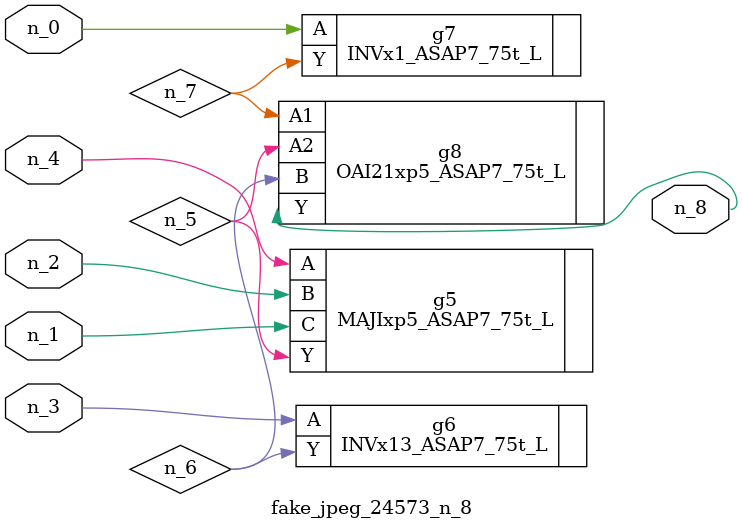
<source format=v>
module fake_jpeg_24573_n_8 (n_3, n_2, n_1, n_0, n_4, n_8);

input n_3;
input n_2;
input n_1;
input n_0;
input n_4;

output n_8;

wire n_6;
wire n_5;
wire n_7;

MAJIxp5_ASAP7_75t_L g5 ( 
.A(n_4),
.B(n_2),
.C(n_1),
.Y(n_5)
);

INVx13_ASAP7_75t_L g6 ( 
.A(n_3),
.Y(n_6)
);

INVx1_ASAP7_75t_L g7 ( 
.A(n_0),
.Y(n_7)
);

OAI21xp5_ASAP7_75t_L g8 ( 
.A1(n_7),
.A2(n_5),
.B(n_6),
.Y(n_8)
);


endmodule
</source>
